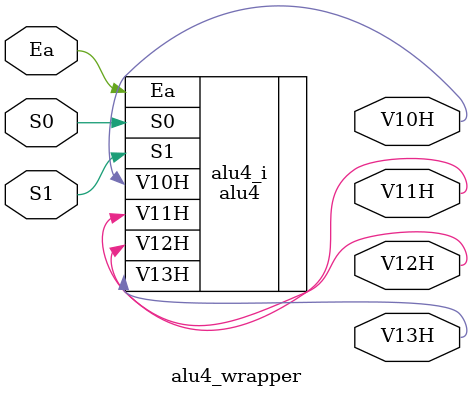
<source format=v>
`timescale 1 ps / 1 ps

module alu4_wrapper
   (Ea,
    S0,
    S1,
    V10H,
    V11H,
    V12H,
    V13H);
  input [0:0]Ea;
  input S0;
  input S1;
  output [0:0]V10H;
  output [0:0]V11H;
  output [0:0]V12H;
  output [0:0]V13H;

  wire [0:0]Ea;
  wire S0;
  wire S1;
  wire [0:0]V10H;
  wire [0:0]V11H;
  wire [0:0]V12H;
  wire [0:0]V13H;

  alu4 alu4_i
       (.Ea(Ea),
        .S0(S0),
        .S1(S1),
        .V10H(V10H),
        .V11H(V11H),
        .V12H(V12H),
        .V13H(V13H));
endmodule

</source>
